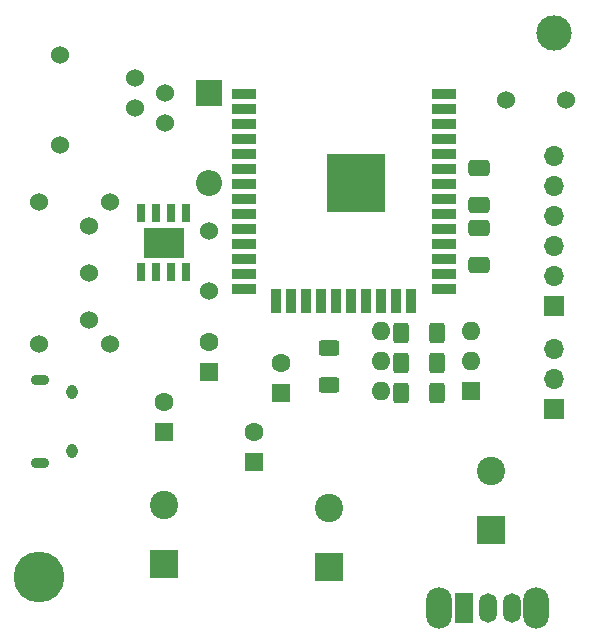
<source format=gbr>
%TF.GenerationSoftware,KiCad,Pcbnew,(6.0.7)*%
%TF.CreationDate,2022-10-29T10:50:57-05:00*%
%TF.ProjectId,BlastGate R2,426c6173-7447-4617-9465-2052322e6b69,rev?*%
%TF.SameCoordinates,Original*%
%TF.FileFunction,Soldermask,Bot*%
%TF.FilePolarity,Negative*%
%FSLAX46Y46*%
G04 Gerber Fmt 4.6, Leading zero omitted, Abs format (unit mm)*
G04 Created by KiCad (PCBNEW (6.0.7)) date 2022-10-29 10:50:57*
%MOMM*%
%LPD*%
G01*
G04 APERTURE LIST*
G04 Aperture macros list*
%AMRoundRect*
0 Rectangle with rounded corners*
0 $1 Rounding radius*
0 $2 $3 $4 $5 $6 $7 $8 $9 X,Y pos of 4 corners*
0 Add a 4 corners polygon primitive as box body*
4,1,4,$2,$3,$4,$5,$6,$7,$8,$9,$2,$3,0*
0 Add four circle primitives for the rounded corners*
1,1,$1+$1,$2,$3*
1,1,$1+$1,$4,$5*
1,1,$1+$1,$6,$7*
1,1,$1+$1,$8,$9*
0 Add four rect primitives between the rounded corners*
20,1,$1+$1,$2,$3,$4,$5,0*
20,1,$1+$1,$4,$5,$6,$7,0*
20,1,$1+$1,$6,$7,$8,$9,0*
20,1,$1+$1,$8,$9,$2,$3,0*%
G04 Aperture macros list end*
%ADD10C,1.524000*%
%ADD11O,2.200000X3.500000*%
%ADD12R,1.500000X2.500000*%
%ADD13O,1.500000X2.500000*%
%ADD14R,1.700000X1.700000*%
%ADD15O,1.700000X1.700000*%
%ADD16C,3.000000*%
%ADD17R,1.600000X1.600000*%
%ADD18C,1.600000*%
%ADD19O,0.950000X1.250000*%
%ADD20O,1.550000X0.890000*%
%ADD21R,2.400000X2.400000*%
%ADD22C,2.400000*%
%ADD23O,1.600000X1.600000*%
%ADD24R,2.200000X2.200000*%
%ADD25O,2.200000X2.200000*%
%ADD26C,4.300000*%
%ADD27RoundRect,0.250000X0.625000X-0.400000X0.625000X0.400000X-0.625000X0.400000X-0.625000X-0.400000X0*%
%ADD28RoundRect,0.250000X0.650000X-0.412500X0.650000X0.412500X-0.650000X0.412500X-0.650000X-0.412500X0*%
%ADD29R,0.802000X1.505000*%
%ADD30R,3.502000X2.613000*%
%ADD31R,2.000000X0.900000*%
%ADD32R,0.900000X2.000000*%
%ADD33R,5.000000X5.000000*%
%ADD34RoundRect,0.250000X-0.400000X-0.625000X0.400000X-0.625000X0.400000X0.625000X-0.400000X0.625000X0*%
%ADD35RoundRect,0.250000X-0.650000X0.412500X-0.650000X-0.412500X0.650000X-0.412500X0.650000X0.412500X0*%
G04 APERTURE END LIST*
D10*
%TO.C,J4*%
X174117000Y-60325000D03*
X174117000Y-67945000D03*
X180467000Y-62230000D03*
X183007000Y-63500000D03*
X180467000Y-64770000D03*
X183007000Y-66040000D03*
%TD*%
%TO.C,POWSEL*%
X176530000Y-74740000D03*
X176530000Y-78740000D03*
X176530000Y-82740000D03*
X172280000Y-84740000D03*
X178280000Y-72740000D03*
X178280000Y-84740000D03*
X172280000Y-72740000D03*
%TD*%
D11*
%TO.C,SW2*%
X206212000Y-107104500D03*
X214412000Y-107104500D03*
D12*
X208312000Y-107104500D03*
D13*
X210312000Y-107104500D03*
X212312000Y-107104500D03*
%TD*%
D14*
%TO.C,SERVO*%
X215900000Y-90282000D03*
D15*
X215900000Y-87742000D03*
X215900000Y-85202000D03*
%TD*%
D16*
%TO.C,REF\u002A\u002A*%
X215900000Y-58420000D03*
%TD*%
D17*
%TO.C,C12*%
X190500000Y-94719590D03*
D18*
X190500000Y-92219590D03*
%TD*%
D10*
%TO.C,PROG*%
X186690000Y-75184000D03*
X186690000Y-80264000D03*
%TD*%
D19*
%TO.C,J3*%
X175129000Y-88808000D03*
X175129000Y-93808000D03*
D20*
X172429000Y-87808000D03*
X172429000Y-94808000D03*
%TD*%
D21*
%TO.C,C10*%
X196850000Y-103609590D03*
D22*
X196850000Y-98609590D03*
%TD*%
D17*
%TO.C,C4*%
X182880000Y-92179590D03*
D18*
X182880000Y-89679590D03*
%TD*%
D21*
%TO.C,C8*%
X182880000Y-103393549D03*
D22*
X182880000Y-98393549D03*
%TD*%
D17*
%TO.C,C3*%
X186690000Y-87099590D03*
D18*
X186690000Y-84599590D03*
%TD*%
D17*
%TO.C,C13*%
X192786000Y-88900000D03*
D18*
X192786000Y-86400000D03*
%TD*%
D17*
%TO.C,SW1*%
X208915000Y-88773000D03*
D23*
X208915000Y-86233000D03*
X208915000Y-83693000D03*
X201295000Y-83693000D03*
X201295000Y-86233000D03*
X201295000Y-88773000D03*
%TD*%
D10*
%TO.C,RST*%
X216916000Y-64135000D03*
X211836000Y-64135000D03*
%TD*%
D24*
%TO.C,D6*%
X186690000Y-63500000D03*
D25*
X186690000Y-71120000D03*
%TD*%
D21*
%TO.C,C5*%
X210566000Y-100494959D03*
D22*
X210566000Y-95494959D03*
%TD*%
D26*
%TO.C,REF\u002A\u002A*%
X172339000Y-104521000D03*
%TD*%
D27*
%TO.C,R6*%
X196850000Y-88190000D03*
X196850000Y-85090000D03*
%TD*%
D28*
%TO.C,C11*%
X209550000Y-72962500D03*
X209550000Y-69837500D03*
%TD*%
D29*
%TO.C,U1*%
X180975000Y-73702500D03*
X182245000Y-73702500D03*
X183515000Y-73702500D03*
X184785000Y-73702500D03*
X184785000Y-78697500D03*
X183515000Y-78697500D03*
X182245000Y-78697500D03*
X180975000Y-78697500D03*
D30*
X182880000Y-76200000D03*
%TD*%
D31*
%TO.C,U2*%
X206620000Y-63595000D03*
X206620000Y-64865000D03*
X206620000Y-66135000D03*
X206620000Y-67405000D03*
X206620000Y-68675000D03*
X206620000Y-69945000D03*
X206620000Y-71215000D03*
X206620000Y-72485000D03*
X206620000Y-73755000D03*
X206620000Y-75025000D03*
X206620000Y-76295000D03*
X206620000Y-77565000D03*
X206620000Y-78835000D03*
X206620000Y-80105000D03*
D32*
X203835000Y-81105000D03*
X202565000Y-81105000D03*
X201295000Y-81105000D03*
X200025000Y-81105000D03*
X198755000Y-81105000D03*
X197485000Y-81105000D03*
X196215000Y-81105000D03*
X194945000Y-81105000D03*
X193675000Y-81105000D03*
X192405000Y-81105000D03*
D31*
X189620000Y-80105000D03*
X189620000Y-78835000D03*
X189620000Y-77565000D03*
X189620000Y-76295000D03*
X189620000Y-75025000D03*
X189620000Y-73755000D03*
X189620000Y-72485000D03*
X189620000Y-71215000D03*
X189620000Y-69945000D03*
X189620000Y-68675000D03*
X189620000Y-67405000D03*
X189620000Y-66135000D03*
X189620000Y-64865000D03*
X189620000Y-63595000D03*
D33*
X199120000Y-71095000D03*
%TD*%
D34*
%TO.C,R8*%
X202920000Y-88900000D03*
X206020000Y-88900000D03*
%TD*%
%TO.C,R10*%
X202920000Y-83820000D03*
X206020000Y-83820000D03*
%TD*%
%TO.C,R9*%
X202920000Y-86360000D03*
X206020000Y-86360000D03*
%TD*%
D15*
%TO.C,FTDI*%
X215900000Y-68834000D03*
X215900000Y-71374000D03*
X215900000Y-73914000D03*
X215900000Y-76454000D03*
X215900000Y-78994000D03*
D14*
X215900000Y-81534000D03*
%TD*%
D35*
%TO.C,C2*%
X209550000Y-74917500D03*
X209550000Y-78042500D03*
%TD*%
M02*

</source>
